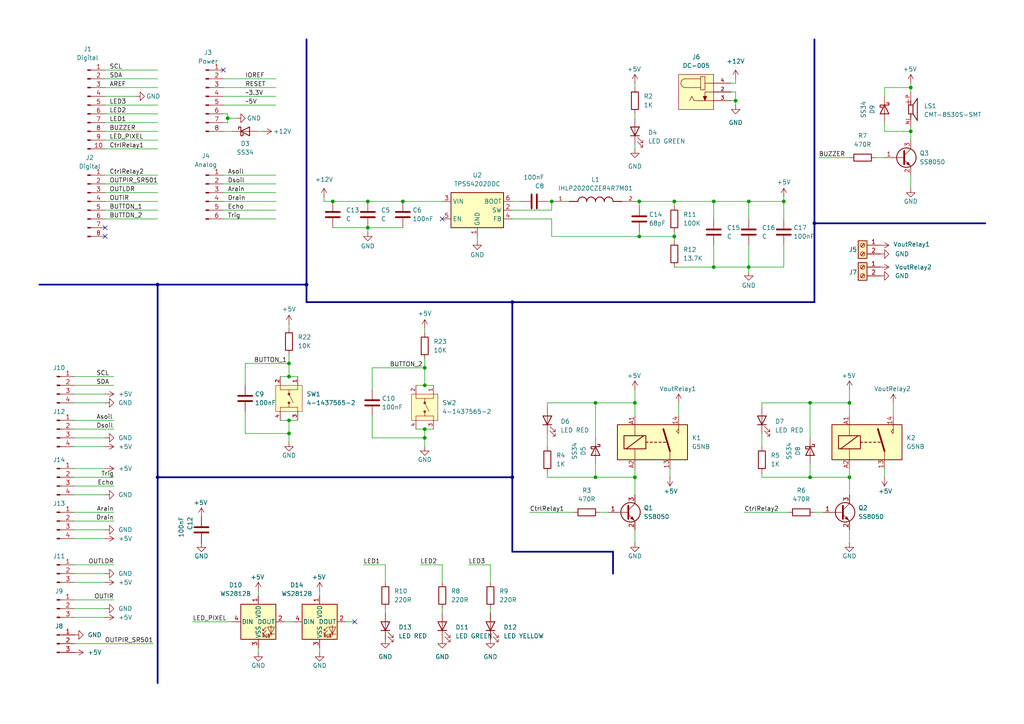
<source format=kicad_sch>
(kicad_sch (version 20250114) (generator "eeschema") (generator_version "9.0")
  (paper "A4")
  (junction (at 83.82 105.41))
  (junction (at 45.72 82.55))
  (junction (at 184.15 138.43))
  (junction (at 148.59 138.43))
  (junction (at 217.17 77.47))
  (junction (at 83.82 121.92))
  (junction (at 160.02 58.42))
  (junction (at 172.72 138.43))
  (junction (at 207.01 58.42))
  (junction (at 45.72 138.43))
  (junction (at 184.15 116.84))
  (junction (at 116.84 58.42))
  (junction (at 236.22 64.77))
  (junction (at 88.9 82.55))
  (junction (at 264.16 38.1))
  (junction (at 246.38 116.84))
  (junction (at 213.36 29.21))
  (junction (at 123.19 106.68))
  (junction (at 264.16 25.4))
  (junction (at 234.95 138.43))
  (junction (at 148.59 87.63))
  (junction (at 106.68 66.04))
  (junction (at 234.95 116.84))
  (junction (at 185.42 58.42))
  (junction (at 185.42 68.58))
  (junction (at 106.68 58.42))
  (junction (at 246.38 138.43))
  (junction (at 172.72 116.84))
  (junction (at 66.04 34.29))
  (junction (at 207.01 77.47))
  (junction (at 123.19 111.76))
  (junction (at 123.19 127))
  (junction (at 83.82 125.73))
  (junction (at 195.58 58.42))
  (junction (at 227.33 58.42))
  (junction (at 96.52 58.42))
  (junction (at 195.58 68.58))
  (junction (at 123.19 124.46))
  (junction (at 217.17 58.42))
  (junction (at 83.82 109.22))
  (no_connect (at 64.77 20.32))
  (no_connect (at 102.87 180.34))
  (no_connect (at 30.48 66.04))
  (no_connect (at 30.48 68.58))
  (no_connect (at 128.27 63.5))
  (wire (pts (xy 30.48 43.18) (xy 45.72 43.18)))
  (wire (pts (xy 184.15 138.43) (xy 184.15 143.51)))
  (wire (pts (xy 217.17 71.12) (xy 217.17 77.47)))
  (wire (pts (xy 254 45.72) (xy 256.54 45.72)))
  (wire (pts (xy 220.98 116.84) (xy 234.95 116.84)))
  (wire (pts (xy 106.68 58.42) (xy 116.84 58.42)))
  (wire (pts (xy 148.59 58.42) (xy 151.13 58.42)))
  (wire (pts (xy 30.48 38.1) (xy 45.72 38.1)))
  (bus (pts (xy 45.72 138.43) (xy 148.59 138.43)) (stroke (width 0.5)))
  (wire (pts (xy 123.19 95.25) (xy 123.19 96.52)))
  (wire (pts (xy 256.54 135.89) (xy 256.54 138.43)))
  (wire (pts (xy 21.59 173.99) (xy 33.02 173.99)))
  (wire (pts (xy 71.12 105.41) (xy 83.82 105.41)))
  (wire (pts (xy 217.17 78.74) (xy 217.17 77.47)))
  (wire (pts (xy 21.59 111.76) (xy 33.02 111.76)))
  (wire (pts (xy 256.54 27.94) (xy 256.54 25.4)))
  (bus (pts (xy 45.72 138.43) (xy 45.72 198.12)) (stroke (width 0.5)))
  (wire (pts (xy 184.15 116.84) (xy 184.15 120.65)))
  (wire (pts (xy 172.72 116.84) (xy 184.15 116.84)))
  (wire (pts (xy 30.48 168.91) (xy 21.59 168.91)))
  (wire (pts (xy 220.98 118.11) (xy 220.98 116.84)))
  (wire (pts (xy 83.82 121.92) (xy 86.36 121.92)))
  (wire (pts (xy 30.48 33.02) (xy 45.72 33.02)))
  (wire (pts (xy 195.58 59.69) (xy 195.58 58.42)))
  (wire (pts (xy 100.33 180.34) (xy 102.87 180.34)))
  (wire (pts (xy 220.98 137.16) (xy 220.98 138.43)))
  (wire (pts (xy 246.38 116.84) (xy 246.38 120.65)))
  (wire (pts (xy 107.95 113.03) (xy 107.95 106.68)))
  (wire (pts (xy 212.09 26.67) (xy 213.36 26.67)))
  (wire (pts (xy 184.15 153.67) (xy 184.15 157.48)))
  (wire (pts (xy 172.72 134.62) (xy 172.72 138.43)))
  (wire (pts (xy 21.59 114.3) (xy 30.48 114.3)))
  (bus (pts (xy 45.72 82.55) (xy 45.72 138.43)) (stroke (width 0.5)))
  (wire (pts (xy 30.48 30.48) (xy 45.72 30.48)))
  (wire (pts (xy 160.02 68.58) (xy 185.42 68.58)))
  (wire (pts (xy 21.59 179.07) (xy 30.48 179.07)))
  (wire (pts (xy 212.09 24.13) (xy 213.36 24.13)))
  (bus (pts (xy 11.43 82.55) (xy 45.72 82.55)) (stroke (width 0.5)))
  (wire (pts (xy 21.59 109.22) (xy 33.02 109.22)))
  (wire (pts (xy 123.19 111.76) (xy 125.73 111.76)))
  (bus (pts (xy 236.22 64.77) (xy 236.22 87.63)) (stroke (width 0.5)))
  (wire (pts (xy 142.24 163.83) (xy 142.24 168.91)))
  (wire (pts (xy 195.58 58.42) (xy 185.42 58.42)))
  (wire (pts (xy 21.59 116.84) (xy 30.48 116.84)))
  (wire (pts (xy 21.59 176.53) (xy 30.48 176.53)))
  (wire (pts (xy 21.59 124.46) (xy 33.02 124.46)))
  (wire (pts (xy 81.28 109.22) (xy 83.82 109.22)))
  (wire (pts (xy 264.16 36.83) (xy 264.16 38.1)))
  (wire (pts (xy 120.65 124.46) (xy 123.19 124.46)))
  (wire (pts (xy 194.31 135.89) (xy 194.31 138.43)))
  (bus (pts (xy 148.59 87.63) (xy 236.22 87.63)) (stroke (width 0.5)))
  (wire (pts (xy 107.95 120.65) (xy 107.95 127)))
  (wire (pts (xy 74.93 187.96) (xy 74.93 189.23)))
  (wire (pts (xy 111.76 163.83) (xy 111.76 168.91)))
  (wire (pts (xy 185.42 68.58) (xy 185.42 67.31)))
  (wire (pts (xy 21.59 163.83) (xy 33.02 163.83)))
  (wire (pts (xy 207.01 77.47) (xy 217.17 77.47)))
  (wire (pts (xy 185.42 58.42) (xy 185.42 59.69)))
  (wire (pts (xy 227.33 77.47) (xy 217.17 77.47)))
  (wire (pts (xy 212.09 29.21) (xy 213.36 29.21)))
  (wire (pts (xy 185.42 68.58) (xy 195.58 68.58)))
  (wire (pts (xy 30.48 22.86) (xy 45.72 22.86)))
  (wire (pts (xy 207.01 58.42) (xy 195.58 58.42)))
  (wire (pts (xy 92.71 171.45) (xy 92.71 172.72)))
  (wire (pts (xy 215.9 148.59) (xy 228.6 148.59)))
  (wire (pts (xy 81.28 121.92) (xy 83.82 121.92)))
  (wire (pts (xy 93.98 57.15) (xy 93.98 58.42)))
  (wire (pts (xy 83.82 121.92) (xy 83.82 125.73)))
  (wire (pts (xy 234.95 138.43) (xy 246.38 138.43)))
  (wire (pts (xy 123.19 106.68) (xy 123.19 111.76)))
  (wire (pts (xy 184.15 135.89) (xy 184.15 138.43)))
  (wire (pts (xy 160.02 63.5) (xy 160.02 68.58)))
  (wire (pts (xy 111.76 176.53) (xy 111.76 177.8)))
  (wire (pts (xy 259.08 120.65) (xy 259.08 116.84)))
  (wire (pts (xy 74.93 38.1) (xy 76.2 38.1)))
  (wire (pts (xy 83.82 125.73) (xy 83.82 128.27)))
  (wire (pts (xy 264.16 25.4) (xy 264.16 26.67)))
  (wire (pts (xy 106.68 67.31) (xy 106.68 66.04)))
  (wire (pts (xy 234.95 127) (xy 234.95 116.84)))
  (wire (pts (xy 64.77 55.88) (xy 80.01 55.88)))
  (wire (pts (xy 158.75 137.16) (xy 158.75 138.43)))
  (wire (pts (xy 92.71 187.96) (xy 92.71 189.23)))
  (wire (pts (xy 106.68 66.04) (xy 116.84 66.04)))
  (wire (pts (xy 21.59 151.13) (xy 33.02 151.13)))
  (wire (pts (xy 21.59 127) (xy 30.48 127)))
  (wire (pts (xy 96.52 58.42) (xy 106.68 58.42)))
  (wire (pts (xy 64.77 63.5) (xy 80.01 63.5)))
  (wire (pts (xy 217.17 58.42) (xy 227.33 58.42)))
  (wire (pts (xy 123.19 127) (xy 123.19 129.54)))
  (wire (pts (xy 220.98 138.43) (xy 234.95 138.43)))
  (wire (pts (xy 158.75 118.11) (xy 158.75 116.84)))
  (wire (pts (xy 30.48 55.88) (xy 45.72 55.88)))
  (wire (pts (xy 246.38 135.89) (xy 246.38 138.43)))
  (wire (pts (xy 121.92 163.83) (xy 128.27 163.83)))
  (wire (pts (xy 213.36 24.13) (xy 213.36 22.86)))
  (wire (pts (xy 196.85 120.65) (xy 196.85 116.84)))
  (wire (pts (xy 158.75 58.42) (xy 160.02 58.42)))
  (wire (pts (xy 213.36 29.21) (xy 213.36 30.48)))
  (wire (pts (xy 30.48 166.37) (xy 21.59 166.37)))
  (wire (pts (xy 148.59 60.96) (xy 160.02 60.96)))
  (wire (pts (xy 184.15 33.02) (xy 184.15 34.29)))
  (wire (pts (xy 30.48 60.96) (xy 45.72 60.96)))
  (wire (pts (xy 83.82 102.87) (xy 83.82 105.41)))
  (wire (pts (xy 153.67 148.59) (xy 166.37 148.59)))
  (wire (pts (xy 227.33 57.15) (xy 227.33 58.42)))
  (wire (pts (xy 21.59 140.97) (xy 33.02 140.97)))
  (wire (pts (xy 158.75 138.43) (xy 172.72 138.43)))
  (wire (pts (xy 21.59 156.21) (xy 30.48 156.21)))
  (wire (pts (xy 123.19 124.46) (xy 123.19 127)))
  (wire (pts (xy 123.19 104.14) (xy 123.19 106.68)))
  (wire (pts (xy 21.59 129.54) (xy 30.48 129.54)))
  (wire (pts (xy 30.48 63.5) (xy 45.72 63.5)))
  (wire (pts (xy 30.48 50.8) (xy 45.72 50.8)))
  (wire (pts (xy 220.98 125.73) (xy 220.98 129.54)))
  (wire (pts (xy 237.49 45.72) (xy 246.38 45.72)))
  (wire (pts (xy 172.72 138.43) (xy 184.15 138.43)))
  (wire (pts (xy 227.33 58.42) (xy 227.33 63.5)))
  (wire (pts (xy 236.22 148.59) (xy 238.76 148.59)))
  (wire (pts (xy 105.41 163.83) (xy 111.76 163.83)))
  (wire (pts (xy 246.38 153.67) (xy 246.38 157.48)))
  (wire (pts (xy 256.54 25.4) (xy 264.16 25.4)))
  (wire (pts (xy 217.17 58.42) (xy 207.01 58.42)))
  (wire (pts (xy 120.65 111.76) (xy 123.19 111.76)))
  (wire (pts (xy 44.45 186.69) (xy 21.59 186.69)))
  (wire (pts (xy 128.27 163.83) (xy 128.27 168.91)))
  (bus (pts (xy 148.59 138.43) (xy 148.59 160.02)) (stroke (width 0.5)))
  (wire (pts (xy 207.01 58.42) (xy 207.01 63.5)))
  (wire (pts (xy 264.16 50.8) (xy 264.16 54.61)))
  (bus (pts (xy 148.59 160.02) (xy 177.8 160.02)) (stroke (width 0.5)))
  (wire (pts (xy 30.48 53.34) (xy 45.72 53.34)))
  (bus (pts (xy 148.59 138.43) (xy 148.59 87.63)) (stroke (width 0.5)))
  (wire (pts (xy 21.59 121.92) (xy 33.02 121.92)))
  (wire (pts (xy 195.58 68.58) (xy 195.58 69.85)))
  (wire (pts (xy 83.82 105.41) (xy 83.82 109.22)))
  (wire (pts (xy 142.24 176.53) (xy 142.24 177.8)))
  (wire (pts (xy 264.16 24.13) (xy 264.16 25.4)))
  (wire (pts (xy 256.54 35.56) (xy 256.54 38.1)))
  (wire (pts (xy 64.77 38.1) (xy 67.31 38.1)))
  (wire (pts (xy 123.19 124.46) (xy 125.73 124.46)))
  (wire (pts (xy 66.04 34.29) (xy 66.04 35.56)))
  (wire (pts (xy 96.52 66.04) (xy 106.68 66.04)))
  (wire (pts (xy 83.82 109.22) (xy 86.36 109.22)))
  (wire (pts (xy 64.77 60.96) (xy 80.01 60.96)))
  (wire (pts (xy 30.48 20.32) (xy 45.72 20.32)))
  (wire (pts (xy 64.77 25.4) (xy 80.01 25.4)))
  (wire (pts (xy 107.95 127) (xy 123.19 127)))
  (wire (pts (xy 74.93 171.45) (xy 74.93 172.72)))
  (wire (pts (xy 30.48 58.42) (xy 45.72 58.42)))
  (wire (pts (xy 264.16 38.1) (xy 264.16 40.64)))
  (wire (pts (xy 158.75 125.73) (xy 158.75 129.54)))
  (wire (pts (xy 55.88 180.34) (xy 67.31 180.34)))
  (wire (pts (xy 160.02 60.96) (xy 160.02 58.42)))
  (wire (pts (xy 66.04 34.29) (xy 68.58 34.29)))
  (wire (pts (xy 30.48 35.56) (xy 45.72 35.56)))
  (wire (pts (xy 93.98 58.42) (xy 96.52 58.42)))
  (wire (pts (xy 64.77 33.02) (xy 66.04 33.02)))
  (wire (pts (xy 172.72 127) (xy 172.72 116.84)))
  (wire (pts (xy 148.59 63.5) (xy 160.02 63.5)))
  (wire (pts (xy 64.77 22.86) (xy 80.01 22.86)))
  (bus (pts (xy 177.8 160.02) (xy 177.8 166.37)) (stroke (width 0.5)))
  (wire (pts (xy 158.75 116.84) (xy 172.72 116.84)))
  (wire (pts (xy 21.59 138.43) (xy 33.02 138.43)))
  (wire (pts (xy 234.95 134.62) (xy 234.95 138.43)))
  (wire (pts (xy 21.59 135.89) (xy 30.48 135.89)))
  (wire (pts (xy 195.58 68.58) (xy 195.58 67.31)))
  (wire (pts (xy 195.58 77.47) (xy 207.01 77.47)))
  (wire (pts (xy 71.12 119.38) (xy 71.12 125.73)))
  (bus (pts (xy 88.9 87.63) (xy 148.59 87.63)) (stroke (width 0.5)))
  (wire (pts (xy 30.48 27.94) (xy 39.37 27.94)))
  (wire (pts (xy 66.04 35.56) (xy 64.77 35.56)))
  (wire (pts (xy 256.54 38.1) (xy 264.16 38.1)))
  (wire (pts (xy 138.43 68.58) (xy 138.43 69.85)))
  (wire (pts (xy 207.01 71.12) (xy 207.01 77.47)))
  (bus (pts (xy 45.72 82.55) (xy 88.9 82.55)) (stroke (width 0.5)))
  (wire (pts (xy 30.48 25.4) (xy 45.72 25.4)))
  (wire (pts (xy 64.77 27.94) (xy 80.01 27.94)))
  (wire (pts (xy 184.15 113.03) (xy 184.15 116.84)))
  (wire (pts (xy 21.59 153.67) (xy 30.48 153.67)))
  (wire (pts (xy 71.12 111.76) (xy 71.12 105.41)))
  (wire (pts (xy 107.95 106.68) (xy 123.19 106.68)))
  (wire (pts (xy 246.38 138.43) (xy 246.38 143.51)))
  (wire (pts (xy 246.38 113.03) (xy 246.38 116.84)))
  (wire (pts (xy 82.55 180.34) (xy 85.09 180.34)))
  (wire (pts (xy 21.59 143.51) (xy 30.48 143.51)))
  (wire (pts (xy 116.84 58.42) (xy 128.27 58.42)))
  (bus (pts (xy 88.9 11.43) (xy 88.9 82.55)) (stroke (width 0.5)))
  (wire (pts (xy 184.15 41.91) (xy 184.15 43.18)))
  (wire (pts (xy 135.89 163.83) (xy 142.24 163.83)))
  (wire (pts (xy 21.59 148.59) (xy 33.02 148.59)))
  (wire (pts (xy 234.95 116.84) (xy 246.38 116.84)))
  (wire (pts (xy 64.77 30.48) (xy 80.01 30.48)))
  (wire (pts (xy 213.36 26.67) (xy 213.36 29.21)))
  (wire (pts (xy 71.12 125.73) (xy 83.82 125.73)))
  (bus (pts (xy 236.22 64.77) (xy 285.75 64.77)) (stroke (width 0.5)))
  (wire (pts (xy 173.99 148.59) (xy 176.53 148.59)))
  (wire (pts (xy 184.15 24.13) (xy 184.15 25.4)))
  (bus (pts (xy 236.22 11.43) (xy 236.22 64.77)) (stroke (width 0.5)))
  (bus (pts (xy 88.9 82.55) (xy 88.9 87.63)) (stroke (width 0.5)))
  (wire (pts (xy 66.04 33.02) (xy 66.04 34.29)))
  (wire (pts (xy 217.17 63.5) (xy 217.17 58.42)))
  (wire (pts (xy 30.48 40.64) (xy 45.72 40.64)))
  (wire (pts (xy 128.27 176.53) (xy 128.27 177.8)))
  (wire (pts (xy 227.33 71.12) (xy 227.33 77.47)))
  (wire (pts (xy 64.77 53.34) (xy 80.01 53.34)))
  (wire (pts (xy 64.77 58.42) (xy 80.01 58.42)))
  (wire (pts (xy 64.77 50.8) (xy 80.01 50.8)))
  (wire (pts (xy 83.82 93.98) (xy 83.82 95.25)))
  (label "IOREF" (at 71.12 22.86 0))
  (label "SCL" (at 27.94 109.22 0))
  (label "Asoil" (at 66.04 50.8 0))
  (label "LED2" (at 31.75 33.02 0))
  (label "SCL" (at 31.75 20.32 0))
  (label "Arain" (at 66.04 55.88 0))
  (label "LED1" (at 31.75 35.56 0))
  (label "LED3" (at 31.75 30.48 0))
  (label "LED2" (at 121.92 163.83 0))
  (label "LED_PIXEL" (at 55.88 180.34 0))
  (label "Drain" (at 66.04 58.42 0))
  (label "OUTIR" (at 31.75 58.42 0))
  (label "Dsoil" (at 66.04 53.34 0))
  (label "Drain" (at 33.02 151.13 180))
  (label "LED1" (at 105.41 163.83 0))
  (label "Trig" (at 33.02 138.43 180))
  (label "CtrlRelay2" (at 215.9 148.59 0))
  (label "SDA" (at 27.94 111.76 0))
  (label "LED3" (at 135.89 163.83 0))
  (label "Arain" (at 33.02 148.59 180))
  (label "Echo" (at 33.02 140.97 180))
  (label "OUTIR" (at 33.02 173.99 180))
  (label "BUTTON_1" (at 31.75 60.96 0))
  (label "LED_PIXEL" (at 31.75 40.64 0))
  (label "Asoil" (at 27.94 121.92 0))
  (label "~3.3V" (at 71.1278 27.94 0))
  (label "CtrlRelay2" (at 31.75 50.8 0))
  (label "OUTPIR_SR501" (at 31.75 53.34 0))
  (label "AREF" (at 31.75 25.4 0))
  (label "OUTPIR_SR501" (at 44.45 186.69 180))
  (label "CtrlRelay1" (at 153.67 148.59 0))
  (label "BUTTON_1" (at 73.66 105.41 0))
  (label "OUTLDR" (at 33.02 163.83 180))
  (label "RESET" (at 71.12 25.4 0))
  (label "Dsoil" (at 27.94 124.46 0))
  (label "SDA" (at 31.75 22.86 0))
  (label "BUTTON_2" (at 113.03 106.68 0))
  (label "OUTLDR" (at 31.75 55.88 0))
  (label "BUZZER" (at 31.75 38.1 0))
  (label "BUZZER" (at 237.49 45.72 0))
  (label "Echo" (at 66.04 60.96 0))
  (label "~5V" (at 71.1278 30.48 0))
  (label "CtrlRelay1" (at 31.75 43.18 0))
  (label "BUTTON_2" (at 31.75 63.5 0))
  (label "Trig" (at 66.04 63.5 0))
  (symbol (lib_id "Device:R") (at 83.82 99.06 0) (unit 1)
    (property "Reference" "R22" (at 86.36 97.7899 0) (effects (justify left)))
    (property "Value" "10K" (at 86.36 100.3299 0) (effects (justify left)))
    (property "Footprint" "Capacitor_SMD:C_0603_1608Metric" (effects (hide yes)))
    (property "Description" "Resistor" (effects (hide yes)))
  )
  (symbol (lib_id "LED:WS2812B") (at 92.71 180.34 0) (unit 1)
    (property "Reference" "D14" (at 86.106 169.672 0))
    (property "Value" "WS2812B" (at 86.106 172.212 0))
    (property "Footprint" "LED_SMD:LED_WS2812B_PLCC4_5.0x5.0mm_P3.2mm" (effects (hide yes)))
    (property "Datasheet" "https://cdn-shop.adafruit.com/datasheets/WS2812B.pdf" (effects (hide yes)))
    (property "Description" "RGB LED with integrated controller" (effects (hide yes)))
  )
  (symbol (lib_id "power:GND") (at 30.48 127 90) (unit 1)
    (property "Reference" "#PWR41" (effects (hide yes)))
    (property "Value" "GND" (at 34.29 127.0001 90) (effects (justify right)))
    (property "Description" "Power symbol creates a global label with name \"GND\" , ground" (effects (hide yes)))
  )
  (symbol (lib_id "power:+5V") (at 74.93 171.45 0) (unit 1)
    (property "Reference" "#PWR040" (effects (hide yes)))
    (property "Value" "+5V" (at 72.644 167.386 0) (effects (justify left)))
    (property "Description" "Power symbol creates a global label with name \"+5V\"" (effects (hide yes)))
  )
  (symbol (lib_id "Device:R") (at 158.75 133.35 0) (unit 1)
    (property "Reference" "R4" (at 161.29 132.0799 0) (effects (justify left)))
    (property "Value" "1K" (at 161.29 134.6199 0) (effects (justify left)))
    (property "Footprint" "Resistor_SMD:R_0603_1608Metric" (effects (hide yes)))
    (property "Description" "Resistor" (effects (hide yes)))
  )
  (symbol (lib_id "power:+5V") (at 255.27 77.47 270) (unit 1)
    (property "Reference" "#PWR055" (effects (hide yes)))
    (property "Value" "VoutRelay2" (at 264.922 77.47 90))
    (property "Description" "Power symbol creates a global label with name \"+5V\"" (effects (hide yes)))
  )
  (symbol (lib_id "power:+5V") (at 264.16 24.13 0) (unit 1)
    (property "Reference" "#PWR022" (effects (hide yes)))
    (property "Value" "+5V" (at 261.874 20.066 0) (effects (justify left)))
    (property "Description" "Power symbol creates a global label with name \"+5V\"" (effects (hide yes)))
  )
  (symbol (lib_id "power:+5V") (at 255.27 71.12 270) (unit 1)
    (property "Reference" "#PWR053" (effects (hide yes)))
    (property "Value" "VoutRelay1" (at 264.414 70.866 90))
    (property "Description" "Power symbol creates a global label with name \"+5V\"" (effects (hide yes)))
  )
  (symbol (lib_id "Device:R") (at 123.19 100.33 0) (unit 1)
    (property "Reference" "R23" (at 125.73 99.0599 0) (effects (justify left)))
    (property "Value" "10K" (at 125.73 101.5999 0) (effects (justify left)))
    (property "Footprint" "Capacitor_SMD:C_0603_1608Metric" (effects (hide yes)))
    (property "Description" "Resistor" (effects (hide yes)))
  )
  (symbol (lib_id "power:+5V") (at 30.48 135.89 270) (unit 1)
    (property "Reference" "#PWR36" (effects (hide yes)))
    (property "Value" "+5V" (at 34.29 135.8901 90) (effects (justify left)))
    (property "Description" "Power symbol creates a global label with name \"+5V\"" (effects (hide yes)))
  )
  (symbol (lib_id "Device:C") (at 154.94 58.42 90) (unit 1)
    (property "Reference" "C8" (at 157.861 53.975 90) (effects (justify left)))
    (property "Value" "100nF" (at 157.861 51.435 90) (effects (justify left)))
    (property "Footprint" "Capacitor_SMD:C_0603_1608Metric_Pad1.08x0.95mm_HandSolder" (effects (hide yes)))
    (property "Description" "Unpolarized capacitor" (effects (hide yes)))
  )
  (symbol (lib_id "Device:C") (at 185.42 63.5 0) (unit 1)
    (property "Reference" "C14" (at 188.214 62.23 0) (effects (justify left)))
    (property "Value" "68pF" (at 188.214 64.77 0) (effects (justify left)))
    (property "Footprint" "Capacitor_SMD:C_0603_1608Metric_Pad1.08x0.95mm_HandSolder" (effects (hide yes)))
    (property "Description" "Unpolarized capacitor" (effects (hide yes)))
  )
  (symbol (lib_id "power:GND") (at 142.24 185.42 0) (unit 1)
    (property "Reference" "#PWR12" (effects (hide yes)))
    (property "Value" "GND" (at 142.24 190.5 0))
    (property "Description" "Power symbol creates a global label with name \"GND\" , ground" (effects (hide yes)))
  )
  (symbol (lib_id "Connector:Conn_01x03_Pin") (at 16.51 176.53 0) (unit 1)
    (property "Reference" "J9" (at 17.145 171.45 0))
    (property "Value" "Conn_01x03_Pin" (effects (hide yes)))
    (property "Footprint" "Connector_PinHeader_2.54mm:PinHeader_1x03_P2.54mm_Horizontal" (effects (hide yes)))
    (property "Description" "Generic connector, single row, 01x03, script generated" (effects (hide yes)))
  )
  (symbol (lib_id "power:GND") (at 30.48 166.37 90) (unit 1)
    (property "Reference" "#PWR28" (effects (hide yes)))
    (property "Value" "GND" (at 34.29 166.3701 90) (effects (justify right)))
    (property "Description" "Power symbol creates a global label with name \"GND\" , ground" (effects (hide yes)))
  )
  (symbol (lib_id "power:GND") (at 111.76 185.42 0) (unit 1)
    (property "Reference" "#PWR13" (effects (hide yes)))
    (property "Value" "GND" (at 111.76 190.5 0))
    (property "Description" "Power symbol creates a global label with name \"GND\" , ground" (effects (hide yes)))
  )
  (symbol (lib_id "Device:LED") (at 158.75 121.92 90) (unit 1)
    (property "Reference" "D6" (at 162.56 122.2374 90) (effects (justify right)))
    (property "Value" "LED RED" (at 162.56 124.7774 90) (effects (justify right)))
    (property "Footprint" "LED_SMD:LED_0805_2012Metric" (effects (hide yes)))
    (property "Description" "Light emitting diode" (effects (hide yes)))
    (property "Sim.Pins" "1=K 2=A" (effects (hide yes)))
  )
  (symbol (lib_id "Diode:SS34") (at 256.54 31.75 270) (unit 1)
    (property "Reference" "D9" (at 252.984 31.75 0))
    (property "Value" "SS34" (at 250.444 31.75 0))
    (property "Footprint" "Diode_SMD:D_SMA" (effects (hide yes)))
    (property "Datasheet" "https://www.vishay.com/docs/88751/ss32.pdf" (effects (hide yes)))
    (property "Description" "40V 3A Schottky Diode, SMA" (effects (hide yes)))
  )
  (symbol (lib_id "FSM4JSMATR:4-1437565-2") (at 123.19 118.11 270) (unit 1)
    (property "Reference" "SW2" (at 128.27 116.8399 90) (effects (justify left)))
    (property "Value" "4-1437565-2" (at 128.27 119.3799 90) (effects (justify left)))
    (property "Footprint" "FSM4JSMATR:SW_4-1437565-2" (effects (hide yes)))
    (property "Comment" "4-1437565-2" (effects (hide yes)))
    (property "MF" "TE Connectivity" (effects (hide yes)))
    (property "Description_1" "Switch Tactile OFF (ON) SPST Round Button Gull Wing 0.05A 24VDC 1VA 9.18N SMD T/R" (effects (hide yes)))
    (property "Package" "None" (effects (hide yes)))
    (property "Price" "None" (effects (hide yes)))
    (property "Check_prices" "https://www.snapeda.com/parts/FSM4JSMATR/TE+Connectivity+ALCOSWITCH+Switches/view-part/?ref=eda" (effects (hide yes)))
    (property "STANDARD" "Manufacturer Recommendations" (effects (hide yes)))
    (property "PARTREV" "V" (effects (hide yes)))
    (property "SnapEDA_Link" "https://www.snapeda.com/parts/FSM4JSMATR/TE+Connectivity+ALCOSWITCH+Switches/view-part/?ref=snap" (effects (hide yes)))
    (property "MP" "FSM4JSMATR" (effects (hide yes)))
    (property "Availability" "In Stock" (effects (hide yes)))
    (property "MANUFACTURER" "TE Connectivity ALCOSWITCH Switches" (effects (hide yes)))
  )
  (symbol (lib_id "power:GND") (at 255.27 80.01 90) (unit 1)
    (property "Reference" "#PWR054" (effects (hide yes)))
    (property "Value" "GND" (at 261.62 80.01 90))
    (property "Description" "Power symbol creates a global label with name \"GND\" , ground" (effects (hide yes)))
  )
  (symbol (lib_id "power:+5V") (at 92.71 171.45 0) (unit 1)
    (property "Reference" "#PWR038" (effects (hide yes)))
    (property "Value" "+5V" (at 90.424 167.386 0) (effects (justify left)))
    (property "Description" "Power symbol creates a global label with name \"+5V\"" (effects (hide yes)))
  )
  (symbol (lib_id "Device:LED") (at 184.15 38.1 90) (unit 1)
    (property "Reference" "D4" (at 187.96 38.4174 90) (effects (justify right)))
    (property "Value" "LED GREEN" (at 187.96 40.9574 90) (effects (justify right)))
    (property "Footprint" "LED_SMD:LED_0805_2012Metric" (effects (hide yes)))
    (property "Description" "Light emitting diode" (effects (hide yes)))
    (property "Sim.Pins" "1=K 2=A" (effects (hide yes)))
  )
  (symbol (lib_id "Connector:Conn_01x08_Pin") (at 59.69 27.94 0) (unit 1)
    (property "Reference" "J3" (at 60.325 15.24 0))
    (property "Value" "Power" (at 60.325 17.78 0))
    (property "Footprint" "Connector_PinHeader_2.54mm:PinHeader_1x08_P2.54mm_Vertical_SMD_Pin1Right" (effects (hide yes)))
    (property "Description" "Generic connector, single row, 01x08, script generated" (effects (hide yes)))
  )
  (symbol (lib_id "IHLP2020CZER4R7M01:IHLP2020CZER4R7M01") (at 172.72 58.42 0) (unit 1)
    (property "Reference" "L1" (at 172.72 52.07 0))
    (property "Value" "IHLP2020CZER4R7M01" (at 172.72 54.61 0))
    (property "Footprint" "IHLP2020CZER4R7M01:INDM5451X300N" (effects (hide yes)))
    (property "MF" "Vishay Dale" (effects (hide yes)))
    (property "MAXIMUM_PACKAGE_HEIGHT" "3.0mm" (effects (hide yes)))
    (property "Package" "Nonstandard Vishay Dale" (effects (hide yes)))
    (property "Price" "None" (effects (hide yes)))
    (property "Check_prices" "https://www.snapeda.com/parts/IHLP2020CZER4R7M01/Vishay+Dale/view-part/?ref=eda" (effects (hide yes)))
    (property "STANDARD" "IPC-7351B" (effects (hide yes)))
    (property "PARTREV" "08-Jan-2024" (effects (hide yes)))
    (property "SnapEDA_Link" "https://www.snapeda.com/parts/IHLP2020CZER4R7M01/Vishay+Dale/view-part/?ref=snap" (effects (hide yes)))
    (property "MP" "IHLP2020CZER4R7M01" (effects (hide yes)))
    (property "Description_1" "IHLP2020CZ-01 Series WireWound SMD Inductor w/ Metal Core, 4.7 uH +/-20%" (effects (hide yes)))
    (property "Availability" "In Stock" (effects (hide yes)))
    (property "MANUFACTURER" "Vishay Dale" (effects (hide yes)))
  )
  (symbol (lib_id "power:GND") (at 30.48 176.53 90) (unit 1)
    (property "Reference" "#PWR29" (effects (hide yes)))
    (property "Value" "GND" (at 34.29 176.5301 90) (effects (justify right)))
    (property "Description" "Power symbol creates a global label with name \"GND\" , ground" (effects (hide yes)))
  )
  (symbol (lib_id "power:+5V") (at 83.82 93.98 0) (unit 1)
    (property "Reference" "#PWR09" (effects (hide yes)))
    (property "Value" "+5V" (at 83.82 89.662 0))
    (property "Description" "Power symbol creates a global label with name \"+5V\"" (effects (hide yes)))
  )
  (symbol (lib_id "Device:C") (at 107.95 116.84 0) (unit 1)
    (property "Reference" "C10" (at 110.744 115.57 0) (effects (justify left)))
    (property "Value" "100nF" (at 110.744 118.11 0) (effects (justify left)))
    (property "Footprint" "Capacitor_SMD:C_0603_1608Metric_Pad1.08x0.95mm_HandSolder" (effects (hide yes)))
    (property "Description" "Unpolarized capacitor" (effects (hide yes)))
  )
  (symbol (lib_id "power:GND") (at 213.36 30.48 0) (unit 1)
    (property "Reference" "#PWR1" (effects (hide yes)))
    (property "Value" "GND" (at 213.36 35.56 0))
    (property "Description" "Power symbol creates a global label with name \"GND\" , ground" (effects (hide yes)))
  )
  (symbol (lib_id "FSM4JSMATR:4-1437565-2") (at 83.82 115.57 270) (unit 1)
    (property "Reference" "SW1" (at 88.9 114.2999 90) (effects (justify left)))
    (property "Value" "4-1437565-2" (at 88.9 116.8399 90) (effects (justify left)))
    (property "Footprint" "FSM4JSMATR:SW_4-1437565-2" (effects (hide yes)))
    (property "Comment" "4-1437565-2" (effects (hide yes)))
    (property "MF" "TE Connectivity" (effects (hide yes)))
    (property "Description_1" "Switch Tactile OFF (ON) SPST Round Button Gull Wing 0.05A 24VDC 1VA 9.18N SMD T/R" (effects (hide yes)))
    (property "Package" "None" (effects (hide yes)))
    (property "Price" "None" (effects (hide yes)))
    (property "Check_prices" "https://www.snapeda.com/parts/FSM4JSMATR/TE+Connectivity+ALCOSWITCH+Switches/view-part/?ref=eda" (effects (hide yes)))
    (property "STANDARD" "Manufacturer Recommendations" (effects (hide yes)))
    (property "PARTREV" "V" (effects (hide yes)))
    (property "SnapEDA_Link" "https://www.snapeda.com/parts/FSM4JSMATR/TE+Connectivity+ALCOSWITCH+Switches/view-part/?ref=snap" (effects (hide yes)))
    (property "MP" "FSM4JSMATR" (effects (hide yes)))
    (property "Availability" "In Stock" (effects (hide yes)))
    (property "MANUFACTURER" "TE Connectivity ALCOSWITCH Switches" (effects (hide yes)))
  )
  (symbol (lib_id "power:GND") (at 74.93 189.23 0) (unit 1)
    (property "Reference" "#PWR037" (effects (hide yes)))
    (property "Value" "GND" (at 74.93 193.04 0))
    (property "Description" "Power symbol creates a global label with name \"GND\" , ground" (effects (hide yes)))
  )
  (symbol (lib_id "Connector:Conn_01x10_Pin") (at 25.4 30.48 0) (unit 1)
    (property "Reference" "J1" (at 25.4 14.224 0))
    (property "Value" "Digital" (at 25.4 16.764 0))
    (property "Footprint" "Connector_PinHeader_2.54mm:PinHeader_1x10_P2.54mm_Vertical_SMD_Pin1Right" (effects (hide yes)))
    (property "Description" "Generic connector, single row, 01x10, script generated" (effects (hide yes)))
  )
  (symbol (lib_id "power:+5V") (at 184.15 113.03 0) (unit 1)
    (property "Reference" "#PWR014" (effects (hide yes)))
    (property "Value" "+5V" (at 181.864 108.966 0) (effects (justify left)))
    (property "Description" "Power symbol creates a global label with name \"+5V\"" (effects (hide yes)))
  )
  (symbol (lib_id "Diode:SS34") (at 234.95 130.81 270) (unit 1)
    (property "Reference" "D8" (at 231.394 130.81 0))
    (property "Value" "SS34" (at 228.854 130.81 0))
    (property "Footprint" "Diode_SMD:D_SMA" (effects (hide yes)))
    (property "Datasheet" "https://www.vishay.com/docs/88751/ss32.pdf" (effects (hide yes)))
    (property "Description" "40V 3A Schottky Diode, SMA" (effects (hide yes)))
  )
  (symbol (lib_id "power:+5V") (at 30.48 179.07 270) (unit 1)
    (property "Reference" "#PWR30" (effects (hide yes)))
    (property "Value" "+5V" (at 34.29 179.0701 90) (effects (justify left)))
    (property "Description" "Power symbol creates a global label with name \"+5V\"" (effects (hide yes)))
  )
  (symbol (lib_id "power:+12V") (at 93.98 57.15 0) (unit 1)
    (property "Reference" "#PWR07" (effects (hide yes)))
    (property "Value" "+12V" (at 93.98 52.07 0))
    (property "Description" "Power symbol creates a global label with name \"+12V\"" (effects (hide yes)))
  )
  (symbol (lib_id "power:+5V") (at 196.85 116.84 0) (unit 1)
    (property "Reference" "#PWR43" (effects (hide yes)))
    (property "Value" "VoutRelay1" (at 196.596 112.776 0))
    (property "Description" "Power symbol creates a global label with name \"+5V\"" (effects (hide yes)))
  )
  (symbol (lib_id "Device:R") (at 142.24 172.72 0) (unit 1)
    (property "Reference" "R9" (at 144.78 171.4499 0) (effects (justify left)))
    (property "Value" "220R" (at 144.78 173.9899 0) (effects (justify left)))
    (property "Footprint" "Resistor_SMD:R_0603_1608Metric" (effects (hide yes)))
    (property "Description" "Resistor" (effects (hide yes)))
  )
  (symbol (lib_id "Device:R") (at 184.15 29.21 0) (unit 1)
    (property "Reference" "R2" (at 186.69 27.9399 0) (effects (justify left)))
    (property "Value" "1K" (at 186.69 30.4799 0) (effects (justify left)))
    (property "Footprint" "Resistor_SMD:R_0603_1608Metric" (effects (hide yes)))
    (property "Description" "Resistor" (effects (hide yes)))
  )
  (symbol (lib_id "power:GND") (at 58.42 157.48 0) (unit 1)
    (property "Reference" "#PWR026" (effects (hide yes)))
    (property "Value" "GND" (at 58.42 161.29 0))
    (property "Description" "Power symbol creates a global label with name \"GND\" , ground" (effects (hide yes)))
  )
  (symbol (lib_id "Transistor_BJT:SS8050") (at 261.62 45.72 0) (unit 1)
    (property "Reference" "Q3" (at 266.7 44.4499 0) (effects (justify left)))
    (property "Value" "SS8050" (at 266.7 46.9899 0) (effects (justify left)))
    (property "Footprint" "Package_TO_SOT_SMD:SOT-23" (effects (hide yes)))
    (property "Datasheet" "http://www.secosgmbh.com/datasheet/products/SSMPTransistor/SOT-23/SS8050.pdf" (effects (hide yes)))
    (property "Description" "General Purpose NPN Transistor, 1.5A Ic, 25V Vce, SOT-23" (effects (hide yes)))
  )
  (symbol (lib_id "power:GND") (at 30.48 153.67 90) (unit 1)
    (property "Reference" "#PWR33" (effects (hide yes)))
    (property "Value" "GND" (at 34.29 153.6701 90) (effects (justify right)))
    (property "Description" "Power symbol creates a global label with name \"GND\" , ground" (effects (hide yes)))
  )
  (symbol (lib_id "power:+5V") (at 30.48 168.91 270) (unit 1)
    (property "Reference" "#PWR27" (effects (hide yes)))
    (property "Value" "+5V" (at 34.29 168.9101 90) (effects (justify left)))
    (property "Description" "Power symbol creates a global label with name \"+5V\"" (effects (hide yes)))
  )
  (symbol (lib_id "Device:LED") (at 128.27 181.61 90) (unit 1)
    (property "Reference" "D11" (at 132.08 181.9274 90) (effects (justify right)))
    (property "Value" "LED GREEN" (at 132.08 184.4674 90) (effects (justify right)))
    (property "Footprint" "LED_SMD:LED_0805_2012Metric" (effects (hide yes)))
    (property "Description" "Light emitting diode" (effects (hide yes)))
    (property "Sim.Pins" "1=K 2=A" (effects (hide yes)))
  )
  (symbol (lib_id "power:GND") (at 246.38 157.48 0) (unit 1)
    (property "Reference" "#PWR018" (effects (hide yes)))
    (property "Value" "GND" (at 246.38 161.29 0))
    (property "Description" "Power symbol creates a global label with name \"GND\" , ground" (effects (hide yes)))
  )
  (symbol (lib_id "Transistor_BJT:SS8050") (at 243.84 148.59 0) (unit 1)
    (property "Reference" "Q2" (at 248.92 147.3199 0) (effects (justify left)))
    (property "Value" "SS8050" (at 248.92 149.8599 0) (effects (justify left)))
    (property "Footprint" "Package_TO_SOT_SMD:SOT-23" (effects (hide yes)))
    (property "Datasheet" "http://www.secosgmbh.com/datasheet/products/SSMPTransistor/SOT-23/SS8050.pdf" (effects (hide yes)))
    (property "Description" "General Purpose NPN Transistor, 1.5A Ic, 25V Vce, SOT-23" (effects (hide yes)))
  )
  (symbol (lib_id "power:GND") (at 184.15 157.48 0) (unit 1)
    (property "Reference" "#PWR015" (effects (hide yes)))
    (property "Value" "GND" (at 184.15 161.29 0))
    (property "Description" "Power symbol creates a global label with name \"GND\" , ground" (effects (hide yes)))
  )
  (symbol (lib_id "power:+5V") (at 194.31 138.43 180) (unit 1)
    (property "Reference" "#PWR016" (effects (hide yes)))
    (property "Value" "+5V" (at 196.596 142.494 0) (effects (justify left)))
    (property "Description" "Power symbol creates a global label with name \"+5V\"" (effects (hide yes)))
  )
  (symbol (lib_id "Connector:Conn_01x06_Pin") (at 59.69 55.88 0) (unit 1)
    (property "Reference" "J4" (at 59.69 45.212 0))
    (property "Value" "Analog" (at 59.69 47.752 0))
    (property "Footprint" "Connector_PinHeader_2.54mm:PinHeader_1x06_P2.54mm_Vertical_SMD_Pin1Right" (effects (hide yes)))
    (property "Description" "Generic connector, single row, 01x06, script generated" (effects (hide yes)))
  )
  (symbol (lib_id "power:GND") (at 39.37 27.94 90) (unit 1)
    (property "Reference" "#PWR02" (effects (hide yes)))
    (property "Value" "GND" (at 44.45 27.94 90))
    (property "Description" "Power symbol creates a global label with name \"GND\" , ground" (effects (hide yes)))
  )
  (symbol (lib_id "Regulator_Switching:TPS54202DDC") (at 138.43 60.96 0) (unit 1)
    (property "Reference" "U2" (at 138.43 50.8 0))
    (property "Value" "TPS54202DDC" (at 138.43 53.34 0))
    (property "Footprint" "Package_TO_SOT_SMD:SOT-23-6" (effects (hide yes)))
    (property "Datasheet" "http://www.ti.com/lit/ds/symlink/tps54202.pdf" (effects (hide yes)))
    (property "Description" "2A, 4.5 to 28V Input, EMI Friendly integrated switch synchronous step-down regulator, pulse-skipping, SOT-23-6" (effects (hide yes)))
  )
  (symbol (lib_id "Connector:Conn_01x04_Pin") (at 16.51 111.76 0) (unit 1)
    (property "Reference" "J10" (at 17.145 106.68 0))
    (property "Value" "Conn_01x04_Pin" (effects (hide yes)))
    (property "Footprint" "Connector_PinHeader_2.54mm:PinHeader_1x04_P2.54mm_Horizontal" (effects (hide yes)))
    (property "Description" "Generic connector, single row, 01x04, script generated" (effects (hide yes)))
  )
  (symbol (lib_id "Device:R") (at 128.27 172.72 0) (unit 1)
    (property "Reference" "R8" (at 130.81 171.4499 0) (effects (justify left)))
    (property "Value" "220R" (at 130.81 173.9899 0) (effects (justify left)))
    (property "Footprint" "Resistor_SMD:R_0603_1608Metric" (effects (hide yes)))
    (property "Description" "Resistor" (effects (hide yes)))
  )
  (symbol (lib_id "Device:C") (at 106.68 62.23 0) (unit 1)
    (property "Reference" "C5" (at 110.49 60.9599 0) (effects (justify left)))
    (property "Value" "C" (at 110.49 63.4999 0) (effects (justify left)))
    (property "Footprint" "Capacitor_SMD:C_1210_3225Metric" (effects (hide yes)))
    (property "Description" "Unpolarized capacitor" (effects (hide yes)))
  )
  (symbol (lib_id "power:+5V") (at 30.48 156.21 270) (unit 1)
    (property "Reference" "#PWR34" (effects (hide yes)))
    (property "Value" "+5V" (at 34.29 156.2101 90) (effects (justify left)))
    (property "Description" "Power symbol creates a global label with name \"+5V\"" (effects (hide yes)))
  )
  (symbol (lib_id "power:GND") (at 217.17 78.74 0) (unit 1)
    (property "Reference" "#PWR052" (effects (hide yes)))
    (property "Value" "GND" (at 217.17 82.804 0))
    (property "Description" "Power symbol creates a global label with name \"GND\" , ground" (effects (hide yes)))
  )
  (symbol (lib_id "Connector:Screw_Terminal_01x02") (at 250.19 71.12 0) (mirror y) (unit 1)
    (property "Reference" "J5" (at 247.396 72.39 0))
    (property "Value" "Screw_Terminal_01x02" (effects (hide yes)))
    (property "Footprint" "TerminalBlock:TerminalBlock_Xinya_XY308-2.54-2P_1x02_P2.54mm_Horizontal" (effects (hide yes)))
    (property "Description" "Generic screw terminal, single row, 01x02, script generated (kicad-library-utils/schlib/autogen/connector/)" (effects (hide yes)))
  )
  (symbol (lib_id "power:+5V") (at 30.48 114.3 270) (unit 1)
    (property "Reference" "#PWR024" (effects (hide yes)))
    (property "Value" "+5V" (at 34.29 114.3001 90) (effects (justify left)))
    (property "Description" "Power symbol creates a global label with name \"+5V\"" (effects (hide yes)))
  )
  (symbol (lib_id "Connector:Conn_01x04_Pin") (at 16.51 151.13 0) (unit 1)
    (property "Reference" "J13" (at 17.145 146.05 0))
    (property "Value" "Conn_01x04_Pin" (effects (hide yes)))
    (property "Footprint" "Connector_PinHeader_2.54mm:PinHeader_1x04_P2.54mm_Horizontal" (effects (hide yes)))
    (property "Description" "Generic connector, single row, 01x04, script generated" (effects (hide yes)))
  )
  (symbol (lib_id "power:+5V") (at 184.15 24.13 0) (unit 1)
    (property "Reference" "#PWR012" (effects (hide yes)))
    (property "Value" "+5V" (at 181.864 20.066 0) (effects (justify left)))
    (property "Description" "Power symbol creates a global label with name \"+5V\"" (effects (hide yes)))
  )
  (symbol (lib_id "power:+5V") (at 30.48 129.54 270) (unit 1)
    (property "Reference" "#PWR42" (effects (hide yes)))
    (property "Value" "+5V" (at 34.29 129.5401 90) (effects (justify left)))
    (property "Description" "Power symbol creates a global label with name \"+5V\"" (effects (hide yes)))
  )
  (symbol (lib_id "power:+5V") (at 256.54 138.43 180) (unit 1)
    (property "Reference" "#PWR019" (effects (hide yes)))
    (property "Value" "+5V" (at 258.826 142.494 0) (effects (justify left)))
    (property "Description" "Power symbol creates a global label with name \"+5V\"" (effects (hide yes)))
  )
  (symbol (lib_id "Device:R") (at 195.58 73.66 0) (unit 1)
    (property "Reference" "R12" (at 198.12 72.3899 0) (effects (justify left)))
    (property "Value" "13.7K" (at 198.12 74.9299 0) (effects (justify left)))
    (property "Footprint" "Resistor_SMD:R_0603_1608Metric" (effects (hide yes)))
    (property "Description" "Resistor" (effects (hide yes)))
  )
  (symbol (lib_id "Device:LED") (at 142.24 181.61 90) (unit 1)
    (property "Reference" "D12" (at 146.05 181.9274 90) (effects (justify right)))
    (property "Value" "LED YELLOW" (at 146.05 184.4674 90) (effects (justify right)))
    (property "Footprint" "LED_SMD:LED_0805_2012Metric" (effects (hide yes)))
    (property "Description" "Light emitting diode" (effects (hide yes)))
    (property "Sim.Pins" "1=K 2=A" (effects (hide yes)))
  )
  (symbol (lib_id "Device:C") (at 58.42 153.67 180) (unit 1)
    (property "Reference" "C12" (at 55.118 149.86 90) (effects (justify left)))
    (property "Value" "100nF" (at 52.578 149.86 90) (effects (justify left)))
    (property "Footprint" "Capacitor_SMD:C_0603_1608Metric_Pad1.08x0.95mm_HandSolder" (effects (hide yes)))
    (property "Description" "Unpolarized capacitor" (effects (hide yes)))
  )
  (symbol (lib_id "power:GND") (at 264.16 54.61 0) (unit 1)
    (property "Reference" "#PWR021" (effects (hide yes)))
    (property "Value" "GND" (at 264.16 58.42 0))
    (property "Description" "Power symbol creates a global label with name \"GND\" , ground" (effects (hide yes)))
  )
  (symbol (lib_id "Diode:SS34") (at 71.12 38.1 0) (unit 1)
    (property "Reference" "D3" (at 71.12 41.656 0))
    (property "Value" "SS34" (at 71.12 44.196 0))
    (property "Footprint" "Diode_SMD:D_SMA" (effects (hide yes)))
    (property "Datasheet" "https://www.vishay.com/docs/88751/ss32.pdf" (effects (hide yes)))
    (property "Description" "40V 3A Schottky Diode, SMA" (effects (hide yes)))
  )
  (symbol (lib_id "Device:C") (at 217.17 67.31 0) (unit 1)
    (property "Reference" "C16" (at 220.98 66.0399 0) (effects (justify left)))
    (property "Value" "C" (at 220.98 68.5799 0) (effects (justify left)))
    (property "Footprint" "Capacitor_SMD:C_1210_3225Metric" (effects (hide yes)))
    (property "Description" "Unpolarized capacitor" (effects (hide yes)))
  )
  (symbol (lib_id "power:GND") (at 184.15 43.18 0) (unit 1)
    (property "Reference" "#PWR013" (effects (hide yes)))
    (property "Value" "GND" (at 184.15 48.26 0))
    (property "Description" "Power symbol creates a global label with name \"GND\" , ground" (effects (hide yes)))
  )
  (symbol (lib_id "Device:R") (at 170.18 148.59 90) (unit 1)
    (property "Reference" "R3" (at 170.18 142.24 90))
    (property "Value" "470R" (at 170.18 144.78 90))
    (property "Footprint" "Resistor_SMD:R_0603_1608Metric" (effects (hide yes)))
    (property "Description" "Resistor" (effects (hide yes)))
  )
  (symbol (lib_id "Device:R") (at 232.41 148.59 90) (unit 1)
    (property "Reference" "R6" (at 232.41 142.24 90))
    (property "Value" "470R" (at 232.41 144.78 90))
    (property "Footprint" "Resistor_SMD:R_0603_1608Metric" (effects (hide yes)))
    (property "Description" "Resistor" (effects (hide yes)))
  )
  (symbol (lib_id "power:+5V") (at 58.42 149.86 0) (unit 1)
    (property "Reference" "#PWR025" (effects (hide yes)))
    (property "Value" "+5V" (at 56.134 145.796 0) (effects (justify left)))
    (property "Description" "Power symbol creates a global label with name \"+5V\"" (effects (hide yes)))
  )
  (symbol (lib_id "power:+12V") (at 213.36 22.86 0) (unit 1)
    (property "Reference" "#PWR2" (effects (hide yes)))
    (property "Value" "+12V" (at 213.36 17.78 0))
    (property "Description" "Power symbol creates a global label with name \"+12V\"" (effects (hide yes)))
  )
  (symbol (lib_id "power:GND") (at 21.59 184.15 90) (unit 1)
    (property "Reference" "#PWR010" (effects (hide yes)))
    (property "Value" "GND" (at 25.4 184.1501 90) (effects (justify right)))
    (property "Description" "Power symbol creates a global label with name \"GND\" , ground" (effects (hide yes)))
  )
  (symbol (lib_id "Connector:Screw_Terminal_01x02") (at 250.19 77.47 0) (mirror y) (unit 1)
    (property "Reference" "J7" (at 247.396 78.994 0))
    (property "Value" "Screw_Terminal_01x02" (effects (hide yes)))
    (property "Footprint" "TerminalBlock:TerminalBlock_Xinya_XY308-2.54-2P_1x02_P2.54mm_Horizontal" (effects (hide yes)))
    (property "Description" "Generic screw terminal, single row, 01x02, script generated (kicad-library-utils/schlib/autogen/connector/)" (effects (hide yes)))
  )
  (symbol (lib_id "Device:R") (at 250.19 45.72 90) (unit 1)
    (property "Reference" "R7" (at 250.19 39.37 90))
    (property "Value" "470R" (at 250.19 41.91 90))
    (property "Footprint" "Resistor_SMD:R_0603_1608Metric" (effects (hide yes)))
    (property "Description" "Resistor" (effects (hide yes)))
  )
  (symbol (lib_id "Device:R") (at 195.58 63.5 0) (unit 1)
    (property "Reference" "R11" (at 198.12 62.2299 0) (effects (justify left)))
    (property "Value" "100K" (at 198.12 64.7699 0) (effects (justify left)))
    (property "Footprint" "Resistor_SMD:R_0603_1608Metric" (effects (hide yes)))
    (property "Description" "Resistor" (effects (hide yes)))
  )
  (symbol (lib_id "power:GND") (at 30.48 116.84 90) (unit 1)
    (property "Reference" "#PWR023" (effects (hide yes)))
    (property "Value" "GND" (at 34.29 116.8401 90) (effects (justify right)))
    (property "Description" "Power symbol creates a global label with name \"GND\" , ground" (effects (hide yes)))
  )
  (symbol (lib_id "power:GND") (at 92.71 189.23 0) (unit 1)
    (property "Reference" "#PWR039" (effects (hide yes)))
    (property "Value" "GND" (at 92.71 193.04 0))
    (property "Description" "Power symbol creates a global label with name \"GND\" , ground" (effects (hide yes)))
  )
  (symbol (lib_id "Device:LED") (at 111.76 181.61 90) (unit 1)
    (property "Reference" "D13" (at 115.57 181.9274 90) (effects (justify right)))
    (property "Value" "LED RED" (at 115.57 184.4674 90) (effects (justify right)))
    (property "Footprint" "LED_SMD:LED_0805_2012Metric" (effects (hide yes)))
    (property "Description" "Light emitting diode" (effects (hide yes)))
    (property "Sim.Pins" "1=K 2=A" (effects (hide yes)))
  )
  (symbol (lib_id "power:+5V") (at 259.08 116.84 0) (unit 1)
    (property "Reference" "#PWR020" (effects (hide yes)))
    (property "Value" "VoutRelay2" (at 258.826 112.776 0))
    (property "Description" "Power symbol creates a global label with name \"+5V\"" (effects (hide yes)))
  )
  (symbol (lib_id "DC-005:DC-005") (at 201.93 26.67 0) (unit 1)
    (property "Reference" "J6" (at 201.93 16.51 0))
    (property "Value" "DC-005" (at 201.93 19.05 0))
    (property "Footprint" "DC-005:NINIGI_DC-005" (effects (hide yes)))
    (property "MF" "Best Inc." (effects (hide yes)))
    (property "DESCRIPTION" "Conn Dc Power Jack 2.1mm" (effects (hide yes)))
    (property "PACKAGE" "None" (effects (hide yes)))
    (property "PRICE" "None" (effects (hide yes)))
    (property "Package" "DC Power Jack Best Inc." (effects (hide yes)))
    (property "Check_prices" "https://www.snapeda.com/parts/DC-005/Best+Inc./view-part/?ref=eda" (effects (hide yes)))
    (property "Price" "None" (effects (hide yes)))
    (property "SnapEDA_Link" "https://www.snapeda.com/parts/DC-005/Best+Inc./view-part/?ref=snap" (effects (hide yes)))
    (property "MP" "DC-005" (effects (hide yes)))
    (property "Availability" "Not in stock" (effects (hide yes)))
    (property "AVAILABILITY" "Unavailable" (effects (hide yes)))
    (property "Description_1" "\n                        \n                            6.4x14.2x9.0mm Power DC Receptacle\n                        \n" (effects (hide yes)))
  )
  (symbol (lib_id "power:GND") (at 123.19 129.54 0) (unit 1)
    (property "Reference" "#PWR050" (effects (hide yes)))
    (property "Value" "GND" (at 123.19 133.35 0))
    (property "Description" "Power symbol creates a global label with name \"GND\" , ground" (effects (hide yes)))
  )
  (symbol (lib_id "Relay:G5NB") (at 251.46 128.27 0) (unit 1)
    (property "Reference" "K2" (at 262.89 126.9999 0) (effects (justify left)))
    (property "Value" "G5NB" (at 262.89 129.5399 0) (effects (justify left)))
    (property "Footprint" "Relay_THT:Relay_SPST_Omron_G5NB" (effects (hide yes)))
    (property "Datasheet" "https://omronfs.omron.com/en_US/ecb/products/pdf/en-g5nb_el.pdf" (effects (hide yes)))
    (property "Description" "PCB Power Relay, SPST-NO, 7A (250 VAC), 5A (30 VDC)" (effects (hide yes)))
  )
  (symbol (lib_id "Device:LED") (at 220.98 121.92 90) (unit 1)
    (property "Reference" "D7" (at 224.79 122.2374 90) (effects (justify right)))
    (property "Value" "LED RED" (at 224.79 124.7774 90) (effects (justify right)))
    (property "Footprint" "LED_SMD:LED_0805_2012Metric" (effects (hide yes)))
    (property "Description" "Light emitting diode" (effects (hide yes)))
    (property "Sim.Pins" "1=K 2=A" (effects (hide yes)))
  )
  (symbol (lib_id "LED:WS2812B") (at 74.93 180.34 0) (unit 1)
    (property "Reference" "D10" (at 68.326 169.672 0))
    (property "Value" "WS2812B" (at 68.326 172.212 0))
    (property "Footprint" "LED_SMD:LED_WS2812B_PLCC4_5.0x5.0mm_P3.2mm" (effects (hide yes)))
    (property "Datasheet" "https://cdn-shop.adafruit.com/datasheets/WS2812B.pdf" (effects (hide yes)))
    (property "Description" "RGB LED with integrated controller" (effects (hide yes)))
  )
  (symbol (lib_id "power:+5V") (at 246.38 113.03 0) (unit 1)
    (property "Reference" "#PWR017" (effects (hide yes)))
    (property "Value" "+5V" (at 244.094 108.966 0) (effects (justify left)))
    (property "Description" "Power symbol creates a global label with name \"+5V\"" (effects (hide yes)))
  )
  (symbol (lib_id "Connector:Conn_01x04_Pin") (at 16.51 124.46 0) (unit 1)
    (property "Reference" "J12" (at 17.145 119.38 0))
    (property "Value" "Conn_01x04_Pin" (effects (hide yes)))
    (property "Footprint" "Connector_PinHeader_2.54mm:PinHeader_1x04_P2.54mm_Horizontal" (effects (hide yes)))
    (property "Description" "Generic connector, single row, 01x04, script generated" (effects (hide yes)))
  )
  (symbol (lib_id "power:GND") (at 68.58 34.29 90) (unit 1)
    (property "Reference" "#PWR01" (effects (hide yes)))
    (property "Value" "GND" (at 73.66 34.29 90))
    (property "Description" "Power symbol creates a global label with name \"GND\" , ground" (effects (hide yes)))
  )
  (symbol (lib_id "Device:C") (at 207.01 67.31 0) (unit 1)
    (property "Reference" "C15" (at 210.82 66.0399 0) (effects (justify left)))
    (property "Value" "C" (at 210.82 68.5799 0) (effects (justify left)))
    (property "Footprint" "Capacitor_SMD:C_1210_3225Metric" (effects (hide yes)))
    (property "Description" "Unpolarized capacitor" (effects (hide yes)))
  )
  (symbol (lib_id "Device:C") (at 96.52 62.23 0) (unit 1)
    (property "Reference" "C13" (at 100.33 60.9599 0) (effects (justify left)))
    (property "Value" "C" (at 100.33 63.4999 0) (effects (justify left)))
    (property "Footprint" "Capacitor_SMD:C_1210_3225Metric" (effects (hide yes)))
    (property "Description" "Unpolarized capacitor" (effects (hide yes)))
  )
  (symbol (lib_id "CMT-8530S-SMT:CMT-8530S-SMT") (at 264.16 31.75 0) (unit 1)
    (property "Reference" "LS1" (at 267.97 30.7281 0) (effects (justify left)))
    (property "Value" "CMT-8530S-SMT" (at 267.97 33.2681 0) (effects (justify left)))
    (property "Footprint" "CMT-8530S-SMT:CUI_CMT-8530S-SMT" (effects (hide yes)))
    (property "MF" "Same Sky" (effects (hide yes)))
    (property "Description_1" "8.5 mm, 3.6 Vo-p, 90 dB, Surface Mount (SMT), Magnetic Audio Transducer Buzzer" (effects (hide yes)))
    (property "Package" "None" (effects (hide yes)))
    (property "Price" "None" (effects (hide yes)))
    (property "SnapEDA_Link" "https://www.snapeda.com/parts/CMT-8530S-SMT-TR/Same+Sky/view-part/?ref=snap" (effects (hide yes)))
    (property "MP" "CMT-8530S-SMT-TR" (effects (hide yes)))
    (property "Availability" "In Stock" (effects (hide yes)))
    (property "Check_prices" "https://www.snapeda.com/parts/CMT-8530S-SMT-TR/Same+Sky/view-part/?ref=eda" (effects (hide yes)))
  )
  (symbol (lib_id "Connector:Conn_01x03_Pin") (at 16.51 166.37 0) (unit 1)
    (property "Reference" "J11" (at 17.145 161.29 0))
    (property "Value" "Conn_01x03_Pin" (effects (hide yes)))
    (property "Footprint" "Connector_PinHeader_2.54mm:PinHeader_1x03_P2.54mm_Horizontal" (effects (hide yes)))
    (property "Description" "Generic connector, single row, 01x03, script generated" (effects (hide yes)))
  )
  (symbol (lib_id "Connector:Conn_01x04_Pin") (at 16.51 138.43 0) (unit 1)
    (property "Reference" "J14" (at 17.145 133.35 0))
    (property "Value" "Conn_01x04_Pin" (effects (hide yes)))
    (property "Footprint" "Connector_PinHeader_2.54mm:PinHeader_1x04_P2.54mm_Horizontal" (effects (hide yes)))
    (property "Description" "Generic connector, single row, 01x04, script generated" (effects (hide yes)))
  )
  (symbol (lib_id "power:GND") (at 106.68 67.31 0) (unit 1)
    (property "Reference" "#PWR08" (effects (hide yes)))
    (property "Value" "GND" (at 106.68 71.374 0))
    (property "Description" "Power symbol creates a global label with name \"GND\" , ground" (effects (hide yes)))
  )
  (symbol (lib_id "Device:R") (at 220.98 133.35 0) (unit 1)
    (property "Reference" "R5" (at 223.52 132.0799 0) (effects (justify left)))
    (property "Value" "1K" (at 223.52 134.6199 0) (effects (justify left)))
    (property "Footprint" "Resistor_SMD:R_0603_1608Metric" (effects (hide yes)))
    (property "Description" "Resistor" (effects (hide yes)))
  )
  (symbol (lib_id "power:+5V") (at 21.59 189.23 270) (unit 1)
    (property "Reference" "#PWR011" (effects (hide yes)))
    (property "Value" "+5V" (at 25.4 189.2301 90) (effects (justify left)))
    (property "Description" "Power symbol creates a global label with name \"+5V\"" (effects (hide yes)))
  )
  (symbol (lib_id "Device:R") (at 111.76 172.72 0) (unit 1)
    (property "Reference" "R10" (at 114.3 171.4499 0) (effects (justify left)))
    (property "Value" "220R" (at 114.3 173.9899 0) (effects (justify left)))
    (property "Footprint" "Resistor_SMD:R_0603_1608Metric" (effects (hide yes)))
    (property "Description" "Resistor" (effects (hide yes)))
  )
  (symbol (lib_id "power:+5V") (at 76.2 38.1 270) (unit 1)
    (property "Reference" "#PWR03" (effects (hide yes)))
    (property "Value" "+12V" (at 79.248 38.1 90) (effects (justify left)))
    (property "Description" "Power symbol creates a global label with name \"+5V\"" (effects (hide yes)))
  )
  (symbol (lib_id "Connector:Conn_01x03_Pin") (at 16.51 186.69 0) (unit 1)
    (property "Reference" "J8" (at 17.145 181.61 0))
    (property "Value" "Conn_01x03_Pin" (effects (hide yes)))
    (property "Footprint" "Connector_PinHeader_2.54mm:PinHeader_1x03_P2.54mm_Horizontal" (effects (hide yes)))
    (property "Description" "Generic connector, single row, 01x03, script generated" (effects (hide yes)))
  )
  (symbol (lib_id "power:GND") (at 255.27 73.66 90) (unit 1)
    (property "Reference" "#PWR044" (effects (hide yes)))
    (property "Value" "GND" (at 261.62 73.66 90))
    (property "Description" "Power symbol creates a global label with name \"GND\" , ground" (effects (hide yes)))
  )
  (symbol (lib_id "power:+5V") (at 123.19 95.25 0) (unit 1)
    (property "Reference" "#PWR047" (effects (hide yes)))
    (property "Value" "+5V" (at 123.19 90.932 0))
    (property "Description" "Power symbol creates a global label with name \"+5V\"" (effects (hide yes)))
  )
  (symbol (lib_id "Device:C") (at 71.12 115.57 0) (unit 1)
    (property "Reference" "C9" (at 73.914 114.3 0) (effects (justify left)))
    (property "Value" "100nF" (at 73.914 116.84 0) (effects (justify left)))
    (property "Footprint" "Capacitor_SMD:C_0603_1608Metric_Pad1.08x0.95mm_HandSolder" (effects (hide yes)))
    (property "Description" "Unpolarized capacitor" (effects (hide yes)))
  )
  (symbol (lib_id "Relay:G5NB") (at 189.23 128.27 0) (unit 1)
    (property "Reference" "K1" (at 200.66 126.9999 0) (effects (justify left)))
    (property "Value" "G5NB" (at 200.66 129.5399 0) (effects (justify left)))
    (property "Footprint" "Relay_THT:Relay_SPST_Omron_G5NB" (effects (hide yes)))
    (property "Datasheet" "https://omronfs.omron.com/en_US/ecb/products/pdf/en-g5nb_el.pdf" (effects (hide yes)))
    (property "Description" "PCB Power Relay, SPST-NO, 7A (250 VAC), 5A (30 VDC)" (effects (hide yes)))
  )
  (symbol (lib_id "Device:C") (at 227.33 67.31 0) (unit 1)
    (property "Reference" "C17" (at 230.124 66.04 0) (effects (justify left)))
    (property "Value" "100nF" (at 230.124 68.58 0) (effects (justify left)))
    (property "Footprint" "Capacitor_SMD:C_0603_1608Metric_Pad1.08x0.95mm_HandSolder" (effects (hide yes)))
    (property "Description" "Unpolarized capacitor" (effects (hide yes)))
  )
  (symbol (lib_id "Device:C") (at 116.84 62.23 0) (unit 1)
    (property "Reference" "C6" (at 119.634 60.96 0) (effects (justify left)))
    (property "Value" "100nF" (at 119.634 63.5 0) (effects (justify left)))
    (property "Footprint" "Capacitor_SMD:C_0603_1608Metric_Pad1.08x0.95mm_HandSolder" (effects (hide yes)))
    (property "Description" "Unpolarized capacitor" (effects (hide yes)))
  )
  (symbol (lib_id "power:GND") (at 30.48 143.51 90) (unit 1)
    (property "Reference" "#PWR35" (effects (hide yes)))
    (property "Value" "GND" (at 34.29 143.5101 90) (effects (justify right)))
    (property "Description" "Power symbol creates a global label with name \"GND\" , ground" (effects (hide yes)))
  )
  (symbol (lib_id "power:+5V") (at 227.33 57.15 0) (unit 1)
    (property "Reference" "#PWR051" (effects (hide yes)))
    (property "Value" "+5V" (at 227.33 52.832 0))
    (property "Description" "Power symbol creates a global label with name \"+5V\"" (effects (hide yes)))
  )
  (symbol (lib_id "Diode:SS34") (at 172.72 130.81 270) (unit 1)
    (property "Reference" "D5" (at 169.164 130.81 0))
    (property "Value" "SS34" (at 166.624 130.81 0))
    (property "Footprint" "Diode_SMD:D_SMA" (effects (hide yes)))
    (property "Datasheet" "https://www.vishay.com/docs/88751/ss32.pdf" (effects (hide yes)))
    (property "Description" "40V 3A Schottky Diode, SMA" (effects (hide yes)))
  )
  (symbol (lib_id "power:GND") (at 83.82 128.27 0) (unit 1)
    (property "Reference" "#PWR082" (effects (hide yes)))
    (property "Value" "GND" (at 83.82 132.08 0))
    (property "Description" "Power symbol creates a global label with name \"GND\" , ground" (effects (hide yes)))
  )
  (symbol (lib_id "Transistor_BJT:SS8050") (at 181.61 148.59 0) (unit 1)
    (property "Reference" "Q1" (at 186.69 147.3199 0) (effects (justify left)))
    (property "Value" "SS8050" (at 186.69 149.8599 0) (effects (justify left)))
    (property "Footprint" "Package_TO_SOT_SMD:SOT-23" (effects (hide yes)))
    (property "Datasheet" "http://www.secosgmbh.com/datasheet/products/SSMPTransistor/SOT-23/SS8050.pdf" (effects (hide yes)))
    (property "Description" "General Purpose NPN Transistor, 1.5A Ic, 25V Vce, SOT-23" (effects (hide yes)))
  )
  (symbol (lib_id "power:GND") (at 138.43 69.85 0) (unit 1)
    (property "Reference" "#PWR06" (effects (hide yes)))
    (property "Value" "GND" (at 138.43 73.914 0))
    (property "Description" "Power symbol creates a global label with name \"GND\" , ground" (effects (hide yes)))
  )
  (symbol (lib_id "Connector:Conn_01x08_Pin") (at 25.4 58.42 0) (unit 1)
    (property "Reference" "J2" (at 26.035 45.72 0))
    (property "Value" "Digital" (at 26.035 48.26 0))
    (property "Footprint" "Connector_PinHeader_2.54mm:PinHeader_1x08_P2.54mm_Vertical_SMD_Pin1Right" (effects (hide yes)))
    (property "Description" "Generic connector, single row, 01x08, script generated" (effects (hide yes)))
  )
  (symbol (lib_id "power:GND") (at 128.27 185.42 0) (unit 1)
    (property "Reference" "#PWR16" (effects (hide yes)))
    (property "Value" "GND" (at 128.27 190.5 0))
    (property "Description" "Power symbol creates a global label with name \"GND\" , ground" (effects (hide yes)))
  )
)
</source>
